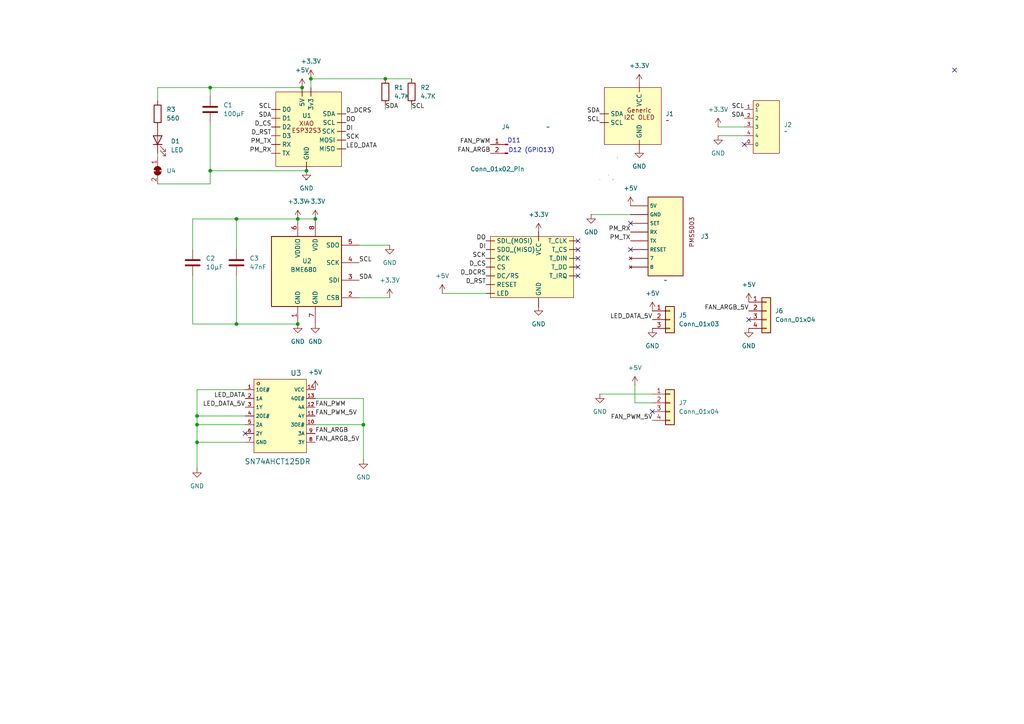
<source format=kicad_sch>
(kicad_sch (version 20231120) (generator "eeschema") (generator_version "8.0")
  (paper "A4")
  (title_block (title "3D Printer Monitor") (date "2024-08-14") (rev "0.5") (company "PDX Hackerspace - John Romkey"))
  (lib_symbols
    (symbol "1mySymbols:Generic_I2C_OLED" (pin_numbers hide)
      (property "Reference" "J" (at 1.27 -3.81 0))
      (symbol "Generic_I2C_OLED_1_1"
        (rectangle (start -5.08 15.24) (end 11.43 -1.27) (fill (type background)))
        (text "Generic\nI2C OLED" (at 5.08 7.62 0) (effects (font (size 1.27 1.27))))
        (pin input line (at -6.35 7.62 0) (length 2.54) (name "SDA") (number "1"))
        (pin input line (at -6.35 5.08 0) (length 2.54) (name "SCL") (number "2"))
        (pin power_in line (at 5.08 -2.54 90) (length 2.54) (name "GND") (number "3"))
        (pin power_in line (at 5.08 16.51 270) (length 2.54) (name "VCC") (number "4"))
      )
    )
    (symbol "1mySymbols:PMS5003_Connector" (pin_numbers hide)
      (property "Reference" "J" (at 0 26.67 0))
      (symbol "PMS5003_Connector_0_0"
        (rectangle (start -5.08 1.27) (end 5.08 24.13) (stroke (width 0.254)) (fill (type background)))
      )
      (symbol "PMS5003_Connector_1_0"
        (pin power_in line (at -10.16 21.59 0) (length 5.08) (name "5V") (number "1"))
        (pin power_in line (at -10.16 19.05 0) (length 5.08) (name "GND") (number "2"))
        (pin input line (at -10.16 16.51 0) (length 5.08) (name "SET") (number "3"))
        (pin input line (at -10.16 13.97 0) (length 5.08) (name "RX") (number "4"))
        (pin output line (at -10.16 11.43 0) (length 5.08) (name "TX") (number "5"))
        (pin input line (at -10.16 8.89 0) (length 5.08) (name "RESET") (number "6"))
        (pin no_connect line (at -10.16 6.35 0) (length 5.08) (name "7") (number "7"))
        (pin no_connect line (at -10.16 3.81 0) (length 5.08) (name "8") (number "8"))
      )
      (symbol "PMS5003_Connector_1_1"
        (text "PMS5003" (at 7.62 13.97 900) (effects (font (size 1.27 1.27))))
      )
    )
    (symbol "1mySymbols:SPI_TFT_Touch" (pin_numbers hide)
      (property "Reference" "U" (at 0 12.7 0))
      (symbol "SPI_TFT_Touch_0_1"
        (rectangle (start -11.43 8.89) (end -11.43 8.89))
        (rectangle (start 19.05 24.13) (end 19.05 24.13))
        (rectangle (start 20.32 38.1) (end 20.32 38.1))
        (rectangle (start 21.59 25.4) (end 21.59 25.4))
        (rectangle (start 22.86 24.13) (end 22.86 24.13))
        (rectangle (start 22.86 24.13) (end 22.86 24.13))
        (rectangle (start 24.13 30.48) (end 24.13 30.48))
        (rectangle (start 24.13 30.48) (end 24.13 30.48))
      )
      (symbol "SPI_TFT_Touch_1_1"
        (rectangle (start -12.7 7.62) (end 11.43 -10.16) (fill (type background)))
        (pin power_in line (at 1.27 8.89 270) (length 2.54) (name "VCC") (number "1"))
        (pin input line (at 12.7 6.35 180) (length 2.54) (name "T_CLK") (number "10"))
        (pin input line (at 12.7 3.81 180) (length 2.54) (name "T_CS") (number "11"))
        (pin input line (at 12.7 1.27 180) (length 2.54) (name "T_DIN") (number "12"))
        (pin output line (at 12.7 -1.27 180) (length 2.54) (name "T_DO") (number "13"))
        (pin output line (at 12.7 -3.81 180) (length 2.54) (name "T_IRQ") (number "14"))
        (pin power_in line (at 1.27 -12.7 90) (length 2.54) (name "GND") (number "2"))
        (pin input line (at -13.97 -1.27 0) (length 2.54) (name "CS") (number "3"))
        (pin input line (at -13.97 -6.35 0) (length 2.54) (name "RESET") (number "4"))
        (pin input line (at -13.97 -3.81 0) (length 2.54) (name "DC/RS") (number "5"))
        (pin input line (at -13.97 6.35 0) (length 2.54) (name "SDI_(MOSI)") (number "6"))
        (pin input line (at -13.97 1.27 0) (length 2.54) (name "SCK") (number "7"))
        (pin input line (at -13.97 -8.89 0) (length 2.54) (name "LED") (number "8"))
        (pin input line (at -13.97 3.81 0) (length 2.54) (name "SDO_(MISO)") (number "9"))
      )
    )
    (symbol "1mySymbols:Xiao_ESP32S3" (pin_numbers hide)
      (property "Reference" "U" (at 0 30.48 0))
      (property "Datasheet" "https://wiki.seeedstudio.com/xiao_esp32s3_getting_started/" (at 0 0 0))
      (symbol "Xiao_ESP32S3_1_1"
        (rectangle (start -8.89 25.4) (end 10.16 3.81) (fill (type background)))
        (text "XIAO\nESP32S3" (at 0 15.24 0) (effects (font (size 1.27 1.27))))
        (pin bidirectional line (at -10.16 20.32 0) (length 2.54) (name "D0") (number "1"))
        (pin bidirectional line (at 11.43 8.89 180) (length 2.54) (name "MISO") (number "10"))
        (pin bidirectional line (at 11.43 11.43 180) (length 2.54) (name "MOSI") (number "11"))
        (pin power_in line (at 1.27 26.67 270) (length 2.54) (name "3v3") (number "12"))
        (pin power_out line (at 0 2.54 90) (length 2.54) (name "GND") (number "13"))
        (pin power_out line (at -1.27 26.67 270) (length 2.54) (name "5V") (number "14"))
        (pin bidirectional line (at -10.16 17.78 0) (length 2.54) (name "D1") (number "2"))
        (pin bidirectional line (at -10.16 15.24 0) (length 2.54) (name "D2") (number "3"))
        (pin bidirectional line (at -10.16 12.7 0) (length 2.54) (name "D3") (number "4"))
        (pin bidirectional line (at 11.43 19.05 180) (length 2.54) (name "SDA") (number "5"))
        (pin bidirectional line (at 11.43 16.51 180) (length 2.54) (name "SCL") (number "6"))
        (pin bidirectional line (at -10.16 7.62 0) (length 2.54) (name "TX") (number "7"))
        (pin bidirectional line (at -10.16 10.16 0) (length 2.54) (name "RX") (number "8"))
        (pin bidirectional line (at 11.43 13.97 180) (length 2.54) (name "SCK") (number "9"))
      )
    )
    (symbol "Connector:Conn_01x02_Pin" (pin_names (offset 1.016) hide)
      (property "Reference" "J" (at 0 2.54 0))
      (property "Value" "Conn_01x02_Pin" (at 0 -5.08 0))
      (symbol "Conn_01x02_Pin_1_1"
        (polyline (pts (xy 1.27 -2.54) (xy 0.8636 -2.54)) (stroke (width 0.1524)))
        (polyline (pts (xy 1.27 0) (xy 0.8636 0)) (stroke (width 0.1524)))
        (rectangle (start 0.8636 -2.413) (end 0 -2.667) (stroke (width 0.1524)) (fill (type outline)))
        (rectangle (start 0.8636 0.127) (end 0 -0.127) (stroke (width 0.1524)) (fill (type outline)))
        (pin passive line (at 5.08 0 180) (length 3.81) (name "Pin_1") (number "1"))
        (pin passive line (at 5.08 -2.54 180) (length 3.81) (name "Pin_2") (number "2"))
      )
    )
    (symbol "Connector_Generic:Conn_01x03" (pin_names (offset 1.016) hide)
      (property "Reference" "J" (at 0 5.08 0))
      (property "Value" "Conn_01x03" (at 0 -5.08 0))
      (symbol "Conn_01x03_1_1"
        (rectangle (start -1.27 -2.413) (end 0 -2.667) (stroke (width 0.1524)))
        (rectangle (start -1.27 0.127) (end 0 -0.127) (stroke (width 0.1524)))
        (rectangle (start -1.27 2.667) (end 0 2.413) (stroke (width 0.1524)))
        (rectangle (start -1.27 3.81) (end 1.27 -3.81) (stroke (width 0.254)) (fill (type background)))
        (pin passive line (at -5.08 2.54 0) (length 3.81) (name "Pin_1") (number "1"))
        (pin passive line (at -5.08 0 0) (length 3.81) (name "Pin_2") (number "2"))
        (pin passive line (at -5.08 -2.54 0) (length 3.81) (name "Pin_3") (number "3"))
      )
    )
    (symbol "Connector_Generic:Conn_01x04" (pin_names (offset 1.016) hide)
      (property "Reference" "J" (at 0 5.08 0))
      (property "Value" "Conn_01x04" (at 0 -7.62 0))
      (symbol "Conn_01x04_1_1"
        (rectangle (start -1.27 -4.953) (end 0 -5.207) (stroke (width 0.1524)))
        (rectangle (start -1.27 -2.413) (end 0 -2.667) (stroke (width 0.1524)))
        (rectangle (start -1.27 0.127) (end 0 -0.127) (stroke (width 0.1524)))
        (rectangle (start -1.27 2.667) (end 0 2.413) (stroke (width 0.1524)))
        (rectangle (start -1.27 3.81) (end 1.27 -6.35) (stroke (width 0.254)) (fill (type background)))
        (pin passive line (at -5.08 2.54 0) (length 3.81) (name "Pin_1") (number "1"))
        (pin passive line (at -5.08 0 0) (length 3.81) (name "Pin_2") (number "2"))
        (pin passive line (at -5.08 -2.54 0) (length 3.81) (name "Pin_3") (number "3"))
        (pin passive line (at -5.08 -5.08 0) (length 3.81) (name "Pin_4") (number "4"))
      )
    )
    (symbol "Device:C" (pin_numbers hide) (pin_names (offset 0.254))
      (property "Reference" "C" (at 0.635 2.54 0))
      (property "Value" "C" (at 0.635 -2.54 0))
      (symbol "C_0_1"
        (polyline (pts (xy -2.032 -0.762) (xy 2.032 -0.762)) (stroke (width 0.508)))
        (polyline (pts (xy -2.032 0.762) (xy 2.032 0.762)) (stroke (width 0.508)))
      )
      (symbol "C_1_1"
        (pin passive line (at 0 3.81 270) (length 2.794) (name "~") (number "1"))
        (pin passive line (at 0 -3.81 90) (length 2.794) (name "~") (number "2"))
      )
    )
    (symbol "Device:LED" (pin_numbers hide) (pin_names (offset 1.016) hide)
      (property "Reference" "D" (at 0 2.54 0))
      (property "Value" "LED" (at 0 -2.54 0))
      (symbol "LED_0_1"
        (polyline (pts (xy -1.27 -1.27) (xy -1.27 1.27)) (stroke (width 0.254)))
        (polyline (pts (xy -1.27 0) (xy 1.27 0)))
        (polyline (pts (xy 1.27 -1.27) (xy 1.27 1.27) (xy -1.27 0) (xy 1.27 -1.27)) (stroke (width 0.254)))
        (polyline (pts (xy -3.048 -0.762) (xy -4.572 -2.286) (xy -3.81 -2.286) (xy -4.572 -2.286) (xy -4.572 -1.524)))
        (polyline (pts (xy -1.778 -0.762) (xy -3.302 -2.286) (xy -2.54 -2.286) (xy -3.302 -2.286) (xy -3.302 -1.524)))
      )
      (symbol "LED_1_1"
        (pin passive line (at -3.81 0 0) (length 2.54) (name "K") (number "1"))
        (pin passive line (at 3.81 0 180) (length 2.54) (name "A") (number "2"))
      )
    )
    (symbol "Device:R" (pin_numbers hide) (pin_names (offset 0))
      (property "Reference" "R" (at 2.032 0 90))
      (property "Value" "R" (at 0 0 90))
      (symbol "R_0_1"
        (rectangle (start -1.016 -2.54) (end 1.016 2.54) (stroke (width 0.254)))
      )
      (symbol "R_1_1"
        (pin passive line (at 0 3.81 270) (length 1.27) (name "~") (number "1"))
        (pin passive line (at 0 -3.81 90) (length 1.27) (name "~") (number "2"))
      )
    )
    (symbol "Jumper:SolderJumper_2_Bridged" (pin_names (offset 0) hide)
      (property "Reference" "JP" (at 0 2.032 0))
      (property "Value" "SolderJumper_2_Bridged" (at 0 -2.54 0))
      (symbol "SolderJumper_2_Bridged_0_1"
        (rectangle (start -0.508 0.508) (end 0.508 -0.508) (fill (type outline)))
        (arc (start -0.254 1.016) (mid -1.2656 0) (end -0.254 -1.016))
        (arc (start -0.254 1.016) (mid -1.2656 0) (end -0.254 -1.016) (fill (type outline)))
        (polyline (pts (xy -0.254 1.016) (xy -0.254 -1.016)))
        (polyline (pts (xy 0.254 1.016) (xy 0.254 -1.016)))
        (arc (start 0.254 -1.016) (mid 1.2656 0) (end 0.254 1.016))
        (arc (start 0.254 -1.016) (mid 1.2656 0) (end 0.254 1.016) (fill (type outline)))
      )
      (symbol "SolderJumper_2_Bridged_1_1"
        (pin passive line (at -3.81 0 0) (length 2.54) (name "A") (number "1"))
        (pin passive line (at 3.81 0 180) (length 2.54) (name "B") (number "2"))
      )
    )
    (symbol "Sensor:BME680"
      (property "Reference" "U" (at -8.89 11.43 0))
      (property "Value" "BME680" (at 7.62 11.43 0))
      (symbol "BME680_0_1"
        (rectangle (start -10.16 10.16) (end 10.16 -10.16) (stroke (width 0.254)) (fill (type background)))
      )
      (symbol "BME680_1_1"
        (pin power_in line (at -2.54 -15.24 90) (length 5.08) (name "GND") (number "1"))
        (pin input line (at 15.24 -7.62 180) (length 5.08) (name "CSB") (number "2"))
        (pin bidirectional line (at 15.24 -2.54 180) (length 5.08) (name "SDI") (number "3"))
        (pin input line (at 15.24 2.54 180) (length 5.08) (name "SCK") (number "4"))
        (pin bidirectional line (at 15.24 7.62 180) (length 5.08) (name "SDO") (number "5"))
        (pin power_in line (at -2.54 15.24 270) (length 5.08) (name "VDDIO") (number "6"))
        (pin power_in line (at 2.54 -15.24 90) (length 5.08) (name "GND") (number "7"))
        (pin power_in line (at 2.54 15.24 270) (length 5.08) (name "VDD") (number "8"))
      )
    )
    (symbol "easyeda2kicad.kicad_sym:BM04B-SRSS-TB(LF)(SN)"
      (property "Reference" "REF" (at 0 1.27 0))
      (property "Value" "BM04B-SRSS-TB(LF)(SN)" (at 0 -2.54 0))
      (symbol "BM04B-SRSS-TB(LF)(SN)_0_1"
        (rectangle (start -2.54 7.62) (end 5.08 -7.62) (fill (type background)))
        (circle (center -1.27 6.35) (radius 0.381) (fill (type background)))
        (pin unspecified line (at -5.08 -5.08 0) (length 2.54) (name "0") (number "0"))
        (pin unspecified line (at -5.08 5.08 0) (length 2.54) (name "1") (number "1"))
        (pin unspecified line (at -5.08 2.54 0) (length 2.54) (name "2") (number "2"))
        (pin unspecified line (at -5.08 0 0) (length 2.54) (name "3") (number "3"))
        (pin unspecified line (at -5.08 -2.54 0) (length 2.54) (name "4") (number "4"))
      )
    )
    (symbol "easyeda2kicad.kicad_sym:SN74AHCT125DR"
      (property "Reference" "U" (at 0 1.27 0))
      (property "Value" "SN74AHCT125DR" (at 0 -2.54 0))
      (symbol "SN74AHCT125DR_0_1"
        (rectangle (start -7.62 10.668) (end 7.62 -10.668) (fill (type background)))
        (circle (center -6.35 9.398) (radius 0.381) (fill (type background)))
        (circle (center -6.35 9.398) (radius 0.381) (fill (type background)))
        (pin unspecified line (at -10.16 7.62 0) (length 2.54) (name "1OE#") (number "1"))
        (pin unspecified line (at 10.16 -2.54 180) (length 2.54) (name "3OE#") (number "10"))
        (pin unspecified line (at 10.16 0 180) (length 2.54) (name "4Y") (number "11"))
        (pin unspecified line (at 10.16 2.54 180) (length 2.54) (name "4A") (number "12"))
        (pin unspecified line (at 10.16 5.08 180) (length 2.54) (name "4OE#") (number "13"))
        (pin unspecified line (at 10.16 7.62 180) (length 2.54) (name "VCC") (number "14"))
        (pin unspecified line (at -10.16 5.08 0) (length 2.54) (name "1A") (number "2"))
        (pin unspecified line (at -10.16 2.54 0) (length 2.54) (name "1Y") (number "3"))
        (pin unspecified line (at -10.16 0 0) (length 2.54) (name "2OE#") (number "4"))
        (pin unspecified line (at -10.16 -2.54 0) (length 2.54) (name "2A") (number "5"))
        (pin unspecified line (at -10.16 -5.08 0) (length 2.54) (name "2Y") (number "6"))
        (pin unspecified line (at -10.16 -7.62 0) (length 2.54) (name "GND") (number "7"))
        (pin unspecified line (at 10.16 -7.62 180) (length 2.54) (name "3Y") (number "8"))
        (pin unspecified line (at 10.16 -5.08 180) (length 2.54) (name "3A") (number "9"))
      )
    )
    (symbol "power:+3.3V" (power) (pin_numbers hide) (pin_names (offset 0) hide)
      (property "Value" "+3.3V" (at 0 3.556 0))
      (symbol "+3.3V_0_1"
        (polyline (pts (xy -0.762 1.27) (xy 0 2.54)))
        (polyline (pts (xy 0 0) (xy 0 2.54)))
        (polyline (pts (xy 0 2.54) (xy 0.762 1.27)))
      )
      (symbol "+3.3V_1_1"
        (pin power_in line (at 0 0 90) (length 0) (name "~") (number "1"))
      )
    )
    (symbol "power:+5V" (power) (pin_numbers hide) (pin_names (offset 0) hide)
      (property "Value" "+5V" (at 0 3.556 0))
      (symbol "+5V_0_1"
        (polyline (pts (xy -0.762 1.27) (xy 0 2.54)))
        (polyline (pts (xy 0 0) (xy 0 2.54)))
        (polyline (pts (xy 0 2.54) (xy 0.762 1.27)))
      )
      (symbol "+5V_1_1"
        (pin power_in line (at 0 0 90) (length 0) (name "~") (number "1"))
      )
    )
    (symbol "power:GND" (power) (pin_numbers hide) (pin_names (offset 0) hide)
      (property "Value" "GND" (at 0 -3.81 0))
      (symbol "GND_0_1"
        (polyline (pts (xy 0 0) (xy 0 -1.27) (xy 1.27 -1.27) (xy 0 -2.54) (xy -1.27 -1.27) (xy 0 -1.27)))
      )
      (symbol "GND_1_1"
        (pin power_in line (at 0 0 270) (length 0) (name "~") (number "1"))
      )
    )
  )
  (junction (at 87.63 25.4))
  (junction (at 60.96 49.53))
  (junction (at 111.76 22.86))
  (junction (at 91.44 63.5))
  (junction (at 68.58 63.5))
  (junction (at 88.9 49.53))
  (junction (at 68.58 93.98))
  (junction (at 90.17 22.86))
  (junction (at 86.36 63.5))
  (junction (at 60.96 25.4))
  (junction (at 57.15 128.27))
  (junction (at 86.36 93.98))
  (junction (at 57.15 120.65))
  (junction (at 57.15 123.19))
  (junction (at 105.41 123.19))
  (no_connect (at 167.64 80.01))
  (no_connect (at 276.86 20.32))
  (no_connect (at 71.12 125.73))
  (no_connect (at 167.64 69.85))
  (no_connect (at 167.64 72.39))
  (no_connect (at 167.64 74.93))
  (no_connect (at 189.23 119.38))
  (no_connect (at 167.64 77.47))
  (no_connect (at 182.88 72.39))
  (no_connect (at 215.9 41.91))
  (no_connect (at 182.88 64.77))
  (no_connect (at 217.17 92.71))
  (wire (pts (xy 57.15 120.65) (xy 57.15 123.19)))
  (wire (pts (xy 68.58 93.98) (xy 55.88 93.98)))
  (wire (pts (xy 208.28 36.83) (xy 215.9 36.83)))
  (wire (pts (xy 68.58 80.01) (xy 68.58 93.98)))
  (wire (pts (xy 91.44 123.19) (xy 105.41 123.19)))
  (wire (pts (xy 87.63 25.4) (xy 60.96 25.4)))
  (wire (pts (xy 173.99 114.3) (xy 189.23 114.3)))
  (wire (pts (xy 45.72 44.45) (xy 45.72 45.72)))
  (wire (pts (xy 90.17 22.86) (xy 111.76 22.86)))
  (wire (pts (xy 86.36 63.5) (xy 91.44 63.5)))
  (wire (pts (xy 57.15 113.03) (xy 71.12 113.03)))
  (wire (pts (xy 111.76 22.86) (xy 119.38 22.86)))
  (wire (pts (xy 60.96 25.4) (xy 60.96 27.94)))
  (wire (pts (xy 113.03 86.36) (xy 104.14 86.36)))
  (wire (pts (xy 86.36 63.5) (xy 68.58 63.5)))
  (wire (pts (xy 68.58 63.5) (xy 55.88 63.5)))
  (wire (pts (xy 57.15 120.65) (xy 71.12 120.65)))
  (wire (pts (xy 55.88 63.5) (xy 55.88 72.39)))
  (wire (pts (xy 57.15 128.27) (xy 71.12 128.27)))
  (wire (pts (xy 57.15 123.19) (xy 57.15 128.27)))
  (wire (pts (xy 68.58 63.5) (xy 68.58 72.39)))
  (wire (pts (xy 208.28 39.37) (xy 215.9 39.37)))
  (wire (pts (xy 45.72 53.34) (xy 60.96 53.34)))
  (wire (pts (xy 119.38 31.75) (xy 119.38 30.48)))
  (wire (pts (xy 128.27 85.09) (xy 140.97 85.09)))
  (wire (pts (xy 45.72 25.4) (xy 60.96 25.4)))
  (wire (pts (xy 60.96 49.53) (xy 60.96 53.34)))
  (wire (pts (xy 88.9 49.53) (xy 60.96 49.53)))
  (wire (pts (xy 55.88 93.98) (xy 55.88 80.01)))
  (wire (pts (xy 91.44 115.57) (xy 105.41 115.57)))
  (wire (pts (xy 171.45 62.23) (xy 182.88 62.23)))
  (wire (pts (xy 184.15 116.84) (xy 189.23 116.84)))
  (wire (pts (xy 105.41 115.57) (xy 105.41 123.19)))
  (wire (pts (xy 184.15 111.76) (xy 184.15 116.84)))
  (wire (pts (xy 111.76 31.75) (xy 111.76 30.48)))
  (wire (pts (xy 105.41 133.35) (xy 105.41 123.19)))
  (wire (pts (xy 57.15 128.27) (xy 57.15 135.89)))
  (wire (pts (xy 113.03 71.12) (xy 104.14 71.12)))
  (wire (pts (xy 86.36 93.98) (xy 68.58 93.98)))
  (wire (pts (xy 57.15 123.19) (xy 71.12 123.19)))
  (wire (pts (xy 57.15 113.03) (xy 57.15 120.65)))
  (wire (pts (xy 90.17 22.86) (xy 90.17 25.4)))
  (wire (pts (xy 60.96 35.56) (xy 60.96 49.53)))
  (wire (pts (xy 45.72 25.4) (xy 45.72 29.21)))
  (text "D11" (at 149.098 40.894 0) (effects (font (size 1.27 1.27))))
  (text "D12 (GPIO13)" (at 154.178 43.688 0) (effects (font (size 1.27 1.27))))
  (label "SCL" (at 78.74 31.75 180))
  (label "SCL" (at 119.38 31.75 0))
  (label "FAN_PWM_5V" (at 91.44 120.65 0))
  (label "LED_DATA_5V" (at 189.23 92.71 180))
  (label "DI" (at 100.33 38.1 0))
  (label "SDA" (at 78.74 34.29 180))
  (label "FAN_ARGB" (at 91.44 125.73 0))
  (label "PM_RX" (at 78.74 44.45 180))
  (label "SCK" (at 140.97 74.93 180))
  (label "FAN_ARGB_5V" (at 91.44 128.27 0))
  (label "SCL" (at 215.9 31.75 180))
  (label "D_DCRS" (at 140.97 80.01 180))
  (label "D_CS" (at 78.74 36.83 180))
  (label "DI" (at 140.97 72.39 180))
  (label "D_DCRS" (at 100.33 33.02 0))
  (label "FAN_PWM" (at 142.24 41.91 180))
  (label "SCL" (at 173.99 35.56 180))
  (label "PM_TX" (at 182.88 69.85 180))
  (label "SCK" (at 100.33 40.64 0))
  (label "SDA" (at 111.76 31.75 0))
  (label "SDA" (at 215.9 34.29 180))
  (label "FAN_ARGB_5V" (at 217.17 90.17 180))
  (label "FAN_ARGB" (at 142.24 44.45 180))
  (label "SDA" (at 173.99 33.02 180))
  (label "PM_TX" (at 78.74 41.91 180))
  (label "LED_DATA" (at 71.12 115.57 180))
  (label "D_RST" (at 78.74 39.37 180))
  (label "LED_DATA_5V" (at 71.12 118.11 180))
  (label "SDA" (at 104.14 81.28 0))
  (label "LED_DATA" (at 100.33 43.18 0))
  (label "DO" (at 100.33 35.56 0))
  (label "PM_RX" (at 182.88 67.31 180))
  (label "FAN_PWM_5V" (at 189.23 121.92 180))
  (label "D_RST" (at 140.97 82.55 180))
  (label "SCL" (at 104.14 76.2 0))
  (label "DO" (at 140.97 69.85 180))
  (label "FAN_PWM" (at 91.44 118.11 0))
  (label "D_CS" (at 140.97 77.47 180))
  (symbol (lib_id "Device:R") (at 111.76 26.67 0) (unit 1)
    (property "Reference" "R1" (at 114.3 25.4 0) (effects (justify left)))
    (property "Value" "4.7K" (at 114.3 27.94 0) (effects (justify left)))
    (property "Footprint" "Resistor_SMD:R_0805_2012Metric_Pad1.20x1.40mm_HandSolder" (effects (hide yes)))
    (property "MPN" "C105427" (effects (hide yes)))
  )
  (symbol (lib_id "Device:C") (at 60.96 31.75 0) (unit 1)
    (property "Reference" "C1" (at 64.77 30.48 0) (effects (justify left)))
    (property "Value" "100µF" (at 64.77 33.02 0) (effects (justify left)))
    (property "Footprint" "Capacitor_SMD:CP_Elec_6.3x5.7" (effects (hide yes)))
    (property "MPN" "C5155334" (effects (hide yes)))
  )
  (symbol (lib_id "power:+3.3V") (at 208.28 36.83 0) (unit 1)
    (property "Reference" "#PWR04" (effects (hide yes)))
    (property "Value" "+3.3V" (at 208.28 31.75 0))
    (property "Description" "Power symbol creates a global label with name \"+3.3V\"" (effects (hide yes)))
  )
  (symbol (lib_id "power:+5V") (at 217.17 87.63 0) (unit 1)
    (property "Reference" "#PWR017" (effects (hide yes)))
    (property "Value" "+5V" (at 217.17 82.55 0))
    (property "Description" "Power symbol creates a global label with name \"+5V\"" (effects (hide yes)))
  )
  (symbol (lib_id "power:GND") (at 91.44 93.98 0) (unit 1)
    (property "Reference" "#PWR024" (effects (hide yes)))
    (property "Value" "GND" (at 91.44 99.06 0))
    (property "Description" "Power symbol creates a global label with name \"GND\" , ground" (effects (hide yes)))
  )
  (symbol (lib_id "Device:C") (at 68.58 76.2 0) (unit 1)
    (property "Reference" "C3" (at 72.39 74.93 0) (effects (justify left)))
    (property "Value" "47nF" (at 72.39 77.47 0) (effects (justify left)))
    (property "Footprint" "Capacitor_SMD:C_0603_1608Metric_Pad1.08x0.95mm_HandSolder" (effects (hide yes)))
    (property "MPN" "C123512" (effects (hide yes)))
  )
  (symbol (lib_id "power:+5V") (at 128.27 85.09 0) (unit 1)
    (property "Reference" "#PWR014" (effects (hide yes)))
    (property "Value" "+5V" (at 128.27 80.01 0))
    (property "Description" "Power symbol creates a global label with name \"+5V\"" (effects (hide yes)))
  )
  (symbol (lib_id "power:+5V") (at 182.88 59.69 0) (unit 1)
    (property "Reference" "#PWR011" (effects (hide yes)))
    (property "Value" "+5V" (at 182.88 54.61 0))
    (property "Description" "Power symbol creates a global label with name \"+5V\"" (effects (hide yes)))
  )
  (symbol (lib_id "Jumper:SolderJumper_2_Bridged") (at 45.72 49.53 270) (unit 1) (in_bom no)
    (property "Reference" "U4" (at 48.26 49.53 90) (effects (justify left)))
    (property "Value" "~" (at 45.72 49.53 0))
    (property "Footprint" "Jumper:SolderJumper-2_P1.3mm_Bridged_RoundedPad1.0x1.5mm" (effects (hide yes)))
  )
  (symbol (lib_id "power:GND") (at 171.45 62.23 0) (unit 1)
    (property "Reference" "#PWR010" (effects (hide yes)))
    (property "Value" "GND" (at 171.45 67.31 0))
    (property "Description" "Power symbol creates a global label with name \"GND\" , ground" (effects (hide yes)))
  )
  (symbol (lib_id "easyeda2kicad.kicad_sym:SN74AHCT125DR") (at 81.28 120.65 0) (unit 1)
    (property "Reference" "U3" (at 85.852 108.204 0) (effects (font (size 1.524 1.524))))
    (property "Value" "SN74AHCT125DR" (at 80.518 133.858 0) (effects (font (size 1.524 1.524))))
    (property "Footprint" "footprint:SOIC-14_L8.7-W3.9-P1.27-LS6.0-BL" (effects (hide yes)))
    (property "Datasheet" "https://item.szlcsc.com/7253.html" (effects (hide yes)))
    (property "MPN" "C155176" (effects (hide yes)))
    (property "LCSC" "C155176" (effects (hide yes)))
  )
  (symbol (lib_id "power:GND") (at 88.9 49.53 0) (unit 1)
    (property "Reference" "#PWR02" (effects (hide yes)))
    (property "Value" "GND" (at 88.9 54.61 0))
    (property "Description" "Power symbol creates a global label with name \"GND\" , ground" (effects (hide yes)))
  )
  (symbol (lib_id "power:+5V") (at 91.44 113.03 0) (unit 1)
    (property "Reference" "#PWR027" (effects (hide yes)))
    (property "Value" "+5V" (at 91.44 107.95 0))
    (property "Description" "Power symbol creates a global label with name \"+5V\"" (effects (hide yes)))
  )
  (symbol (lib_id "Connector:Conn_01x02_Pin") (at 147.32 41.91 0) (mirror y) (unit 1) (in_bom no)
    (property "Reference" "J4" (at 146.685 36.83 0))
    (property "Value" "Conn_01x02_Pin" (at 144.272 49.022 0))
    (property "Footprint" "Connector_PinSocket_2.54mm:PinSocket_1x02_P2.54mm_Vertical" (effects (hide yes)))
    (property "Description" "Generic connector, single row, 01x02, script generated" (effects (hide yes)))
  )
  (symbol (lib_id "power:+3.3V") (at 91.44 63.5 0) (unit 1)
    (property "Reference" "#PWR023" (effects (hide yes)))
    (property "Value" "+3.3V" (at 91.44 58.42 0))
    (property "Description" "Power symbol creates a global label with name \"+3.3V\"" (effects (hide yes)))
  )
  (symbol (lib_id "Connector_Generic:Conn_01x03") (at 194.31 92.71 0) (unit 1) (in_bom no)
    (property "Reference" "J5" (at 196.85 91.44 0) (effects (justify left)))
    (property "Value" "Conn_01x03" (at 196.85 93.98 0) (effects (justify left)))
    (property "Footprint" "Connector_PinSocket_2.54mm:PinSocket_1x03_P2.54mm_Vertical" (effects (hide yes)))
  )
  (symbol (lib_id "Device:C") (at 55.88 76.2 0) (unit 1)
    (property "Reference" "C2" (at 59.69 74.9299 0) (effects (justify left)))
    (property "Value" "10µF" (at 59.69 77.4699 0) (effects (justify left)))
    (property "Footprint" "Capacitor_SMD:C_0805_2012Metric_Pad1.18x1.45mm_HandSolder" (effects (hide yes)))
    (property "Description" "Unpolarized capacitor" (effects (hide yes)))
    (property "MPN" "C342724" (effects (hide yes)))
  )
  (symbol (lib_id "power:GND") (at 113.03 71.12 0) (unit 1)
    (property "Reference" "#PWR026" (effects (hide yes)))
    (property "Value" "GND" (at 113.03 76.2 0))
    (property "Description" "Power symbol creates a global label with name \"GND\" , ground" (effects (hide yes)))
  )
  (symbol (lib_id "power:GND") (at 57.15 135.89 0) (unit 1)
    (property "Reference" "#PWR028" (effects (hide yes)))
    (property "Value" "GND" (at 57.15 140.97 0))
    (property "Description" "Power symbol creates a global label with name \"GND\" , ground" (effects (hide yes)))
  )
  (symbol (lib_id "power:GND") (at 208.28 39.37 0) (unit 1)
    (property "Reference" "#PWR05" (effects (hide yes)))
    (property "Value" "GND" (at 208.28 44.45 0))
    (property "Description" "Power symbol creates a global label with name \"GND\" , ground" (effects (hide yes)))
  )
  (symbol (lib_id "Sensor:BME680") (at 88.9 78.74 0) (unit 1)
    (property "Reference" "U2" (at 90.424 75.692 0) (effects (justify right)))
    (property "Value" "BME680" (at 91.948 78.232 0) (effects (justify right)))
    (property "Footprint" "Package_LGA:Bosch_LGA-8_3x3mm_P0.8mm_ClockwisePinNumbering" (effects (hide yes)))
    (property "Datasheet" "https://ae-bst.resource.bosch.com/media/_tech/media/datasheets/BST-BME680-DS001.pdf" (effects (hide yes)))
    (property "MPN" "C125972" (effects (hide yes)))
  )
  (symbol (lib_id "power:+5V") (at 189.23 90.17 0) (unit 1)
    (property "Reference" "#PWR06" (effects (hide yes)))
    (property "Value" "+5V" (at 189.23 85.09 0))
    (property "Description" "Power symbol creates a global label with name \"+5V\"" (effects (hide yes)))
  )
  (symbol (lib_id "easyeda2kicad.kicad_sym:BM04B-SRSS-TB(LF)(SN)") (at 220.98 36.83 0) (unit 1)
    (property "Reference" "J2" (at 227.33 36.1949 0) (effects (justify left)))
    (property "Value" "~" (at 227.33 38.1 0) (effects (justify left)))
    (property "Footprint" "footprint:CONN-SMD_BM04B-SRSS-TB" (effects (hide yes)))
    (property "Datasheet" "https://item.szlcsc.com/171770.html" (effects (hide yes)))
    (property "MPN" "C160390" (effects (hide yes)))
    (property "LCSC" "C160390" (effects (hide yes)))
  )
  (symbol (lib_id "Device:LED") (at 45.72 40.64 90) (unit 1)
    (property "Reference" "D1" (at 49.53 40.9575 90) (effects (justify right)))
    (property "Value" "LED" (at 49.53 43.4975 90) (effects (justify right)))
    (property "Footprint" "LED_SMD:LED_1206_3216Metric_Pad1.42x1.75mm_HandSolder" (effects (hide yes)))
    (property "MPN" "C375482" (effects (hide yes)))
  )
  (symbol (lib_id "1mySymbols:PMS5003_Connector") (at 193.04 81.28 0) (unit 1)
    (property "Reference" "J3" (at 203.2 68.58 0) (effects (justify left)))
    (property "Value" "~" (at 193.04 81.28 0))
    (property "Footprint" "1myFootprints:PMS5003 Connector" (effects (hide yes)))
    (property "Datasheet" "https://www.digikey.jp/htmldatasheets/production/2903006/0/0/1/pms5003-series-manual.html" (effects (hide yes)))
  )
  (symbol (lib_id "power:GND") (at 173.99 114.3 0) (unit 1)
    (property "Reference" "#PWR015" (effects (hide yes)))
    (property "Value" "GND" (at 173.99 119.38 0))
    (property "Description" "Power symbol creates a global label with name \"GND\" , ground" (effects (hide yes)))
  )
  (symbol (lib_id "power:GND") (at 105.41 133.35 0) (unit 1)
    (property "Reference" "#PWR029" (effects (hide yes)))
    (property "Value" "GND" (at 105.41 138.43 0))
    (property "Description" "Power symbol creates a global label with name \"GND\" , ground" (effects (hide yes)))
  )
  (symbol (lib_id "power:+5V") (at 87.63 25.4 0) (unit 1)
    (property "Reference" "#PWR01" (effects (hide yes)))
    (property "Value" "+5V" (at 87.63 20.32 0))
    (property "Description" "Power symbol creates a global label with name \"+5V\"" (effects (hide yes)))
  )
  (symbol (lib_id "1mySymbols:SPI_TFT_Touch") (at 154.94 76.2 0) (unit 1) (in_bom no)
    (property "Reference" "U5" (effects (hide yes)))
    (property "Value" "~" (at 158.4041 36.83 0) (effects (justify left)))
    (property "Footprint" "1myFootprints:SPI_TFT_TOUCH" (effects (hide yes)))
  )
  (symbol (lib_id "power:GND") (at 185.42 43.18 0) (unit 1)
    (property "Reference" "#PWR09" (effects (hide yes)))
    (property "Value" "GND" (at 185.42 48.26 0))
    (property "Description" "Power symbol creates a global label with name \"GND\" , ground" (effects (hide yes)))
  )
  (symbol (lib_id "Device:R") (at 119.38 26.67 0) (unit 1)
    (property "Reference" "R2" (at 121.92 25.4 0) (effects (justify left)))
    (property "Value" "4.7K" (at 121.92 27.94 0) (effects (justify left)))
    (property "Footprint" "Resistor_SMD:R_0805_2012Metric_Pad1.20x1.40mm_HandSolder" (effects (hide yes)))
    (property "MPN" "C105427" (effects (hide yes)))
  )
  (symbol (lib_id "Device:R") (at 45.72 33.02 0) (unit 1)
    (property "Reference" "R3" (at 48.26 31.7499 0) (effects (justify left)))
    (property "Value" "560" (at 48.26 34.2899 0) (effects (justify left)))
    (property "Footprint" "Resistor_SMD:R_1206_3216Metric_Pad1.30x1.75mm_HandSolder" (effects (hide yes)))
    (property "MPN" "С319525" (effects (hide yes)))
  )
  (symbol (lib_id "power:GND") (at 217.17 95.25 0) (unit 1)
    (property "Reference" "#PWR018" (effects (hide yes)))
    (property "Value" "GND" (at 217.17 100.33 0))
    (property "Description" "Power symbol creates a global label with name \"GND\" , ground" (effects (hide yes)))
  )
  (symbol (lib_id "Connector_Generic:Conn_01x04") (at 222.25 90.17 0) (unit 1) (in_bom no)
    (property "Reference" "J6" (at 224.79 90.1699 0) (effects (justify left)))
    (property "Value" "Conn_01x04" (at 224.79 92.7099 0) (effects (justify left)))
    (property "Footprint" "Connector_PinSocket_2.54mm:PinSocket_1x04_P2.54mm_Vertical" (effects (hide yes)))
    (property "Description" "Generic connector, single row, 01x04, script generated (kicad-library-utils/schlib/autogen/connector/)" (effects (hide yes)))
  )
  (symbol (lib_id "1mySymbols:Generic_I2C_OLED") (at 180.34 40.64 0) (unit 1) (in_bom no)
    (property "Reference" "J1" (at 193.04 33.0199 0) (effects (justify left)))
    (property "Value" "~" (at 193.04 34.925 0) (effects (justify left)))
    (property "Footprint" "1myFootprints:Generic I2C OLED" (effects (hide yes)))
  )
  (symbol (lib_id "power:+5V") (at 184.15 111.76 0) (unit 1)
    (property "Reference" "#PWR016" (effects (hide yes)))
    (property "Value" "+5V" (at 184.15 106.68 0))
    (property "Description" "Power symbol creates a global label with name \"+5V\"" (effects (hide yes)))
  )
  (symbol (lib_id "power:GND") (at 156.21 88.9 0) (unit 1)
    (property "Reference" "#PWR013" (effects (hide yes)))
    (property "Value" "GND" (at 156.21 93.98 0))
    (property "Description" "Power symbol creates a global label with name \"GND\" , ground" (effects (hide yes)))
  )
  (symbol (lib_id "power:+3.3V") (at 113.03 86.36 0) (unit 1)
    (property "Reference" "#PWR025" (effects (hide yes)))
    (property "Value" "+3.3V" (at 113.03 81.28 0))
    (property "Description" "Power symbol creates a global label with name \"+3.3V\"" (effects (hide yes)))
  )
  (symbol (lib_id "power:GND") (at 189.23 95.25 0) (unit 1)
    (property "Reference" "#PWR07" (effects (hide yes)))
    (property "Value" "GND" (at 189.23 100.33 0))
    (property "Description" "Power symbol creates a global label with name \"GND\" , ground" (effects (hide yes)))
  )
  (symbol (lib_id "1mySymbols:Xiao_ESP32S3") (at 88.9 52.07 0) (unit 1)
    (property "Reference" "U1" (at 87.63 33.528 0) (effects (justify left)))
    (property "Value" "~" (at 88.9 52.07 0))
    (property "Footprint" "1myFootprints:Xiao ESP32S3 Sense (Camera)" (effects (hide yes)))
    (property "Datasheet" "https://wiki.seeedstudio.com/xiao_esp32s3_getting_started/" (effects (hide yes)))
  )
  (symbol (lib_id "Connector_Generic:Conn_01x04") (at 194.31 116.84 0) (unit 1) (in_bom no)
    (property "Reference" "J7" (at 196.85 116.8399 0) (effects (justify left)))
    (property "Value" "Conn_01x04" (at 196.85 119.3799 0) (effects (justify left)))
    (property "Footprint" "Connector_PinSocket_2.54mm:PinSocket_1x04_P2.54mm_Vertical" (effects (hide yes)))
    (property "Description" "Generic connector, single row, 01x04, script generated (kicad-library-utils/schlib/autogen/connector/)" (effects (hide yes)))
  )
  (symbol (lib_id "power:+3.3V") (at 86.36 63.5 0) (unit 1)
    (property "Reference" "#PWR021" (effects (hide yes)))
    (property "Value" "+3.3V" (at 86.36 58.42 0))
    (property "Description" "Power symbol creates a global label with name \"+3.3V\"" (effects (hide yes)))
  )
  (symbol (lib_id "power:+3.3V") (at 185.42 24.13 0) (unit 1)
    (property "Reference" "#PWR08" (effects (hide yes)))
    (property "Value" "+3.3V" (at 185.42 19.05 0))
    (property "Description" "Power symbol creates a global label with name \"+3.3V\"" (effects (hide yes)))
  )
  (symbol (lib_id "power:+3.3V") (at 90.17 22.86 0) (unit 1)
    (property "Reference" "#PWR03" (effects (hide yes)))
    (property "Value" "+3.3V" (at 90.17 17.78 0))
    (property "Description" "Power symbol creates a global label with name \"+3.3V\"" (effects (hide yes)))
  )
  (symbol (lib_id "power:GND") (at 86.36 93.98 0) (unit 1)
    (property "Reference" "#PWR022" (effects (hide yes)))
    (property "Value" "GND" (at 86.36 99.06 0))
    (property "Description" "Power symbol creates a global label with name \"GND\" , ground" (effects (hide yes)))
  )
  (symbol (lib_id "power:+3.3V") (at 156.21 67.31 0) (unit 1)
    (property "Reference" "#PWR012" (effects (hide yes)))
    (property "Value" "+3.3V" (at 156.21 62.23 0))
    (property "Description" "Power symbol creates a global label with name \"+3.3V\"" (effects (hide yes)))
  )
)
</source>
